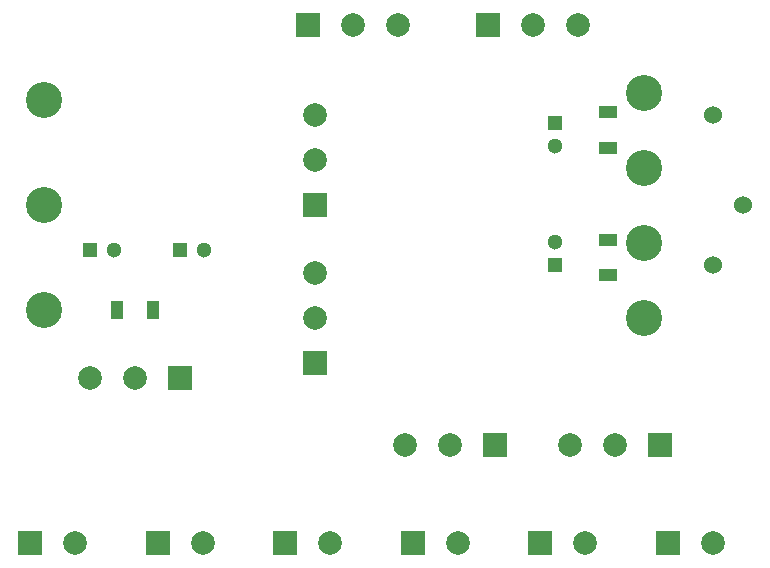
<source format=gbr>
G04 #@! TF.FileFunction,Soldermask,Bot*
%FSLAX46Y46*%
G04 Gerber Fmt 4.6, Leading zero omitted, Abs format (unit mm)*
G04 Created by KiCad (PCBNEW (2015-05-27 BZR 5686)-product) date 2015年05月29日 星期五 17时45分10秒*
%MOMM*%
G01*
G04 APERTURE LIST*
%ADD10C,0.100000*%
%ADD11R,1.300000X1.300000*%
%ADD12C,1.300000*%
%ADD13R,1.000000X1.600000*%
%ADD14R,1.600000X1.000000*%
%ADD15C,2.000000*%
%ADD16R,2.000000X2.000000*%
%ADD17C,1.524000*%
%ADD18C,3.048000*%
G04 APERTURE END LIST*
D10*
D11*
X137160000Y-117475000D03*
D12*
X139160000Y-117475000D03*
D13*
X142470000Y-122555000D03*
X139470000Y-122555000D03*
D11*
X144780000Y-117475000D03*
D12*
X146780000Y-117475000D03*
D14*
X180975000Y-105815000D03*
X180975000Y-108815000D03*
X180975000Y-116610000D03*
X180975000Y-119610000D03*
D11*
X176530000Y-106680000D03*
D12*
X176530000Y-108680000D03*
D11*
X176530000Y-118745000D03*
D12*
X176530000Y-116745000D03*
D15*
X156210000Y-119380000D03*
D16*
X156210000Y-127000000D03*
D15*
X156210000Y-123190000D03*
X163830000Y-133985000D03*
D16*
X171450000Y-133985000D03*
D15*
X167640000Y-133985000D03*
X178435000Y-98425000D03*
D16*
X170815000Y-98425000D03*
D15*
X174625000Y-98425000D03*
X177800000Y-133985000D03*
D16*
X185420000Y-133985000D03*
D15*
X181610000Y-133985000D03*
X156210000Y-106045000D03*
D16*
X156210000Y-113665000D03*
D15*
X156210000Y-109855000D03*
X163195000Y-98425000D03*
D16*
X155575000Y-98425000D03*
D15*
X159385000Y-98425000D03*
X137160000Y-128270000D03*
D16*
X144780000Y-128270000D03*
D15*
X140970000Y-128270000D03*
D16*
X142875000Y-142240000D03*
D15*
X146685000Y-142240000D03*
D16*
X175260000Y-142240000D03*
D15*
X179070000Y-142240000D03*
D16*
X132080000Y-142240000D03*
D15*
X135890000Y-142240000D03*
D16*
X186055000Y-142240000D03*
D15*
X189865000Y-142240000D03*
D16*
X153670000Y-142240000D03*
D15*
X157480000Y-142240000D03*
D16*
X164465000Y-142240000D03*
D15*
X168275000Y-142240000D03*
D17*
X189865000Y-118745000D03*
X192405000Y-113665000D03*
X189865000Y-106045000D03*
D18*
X133223000Y-122555000D03*
X133223000Y-113665000D03*
X133223000Y-104775000D03*
X184023000Y-104140000D03*
X184023000Y-110490000D03*
X184023000Y-116840000D03*
X184023000Y-123190000D03*
M02*

</source>
